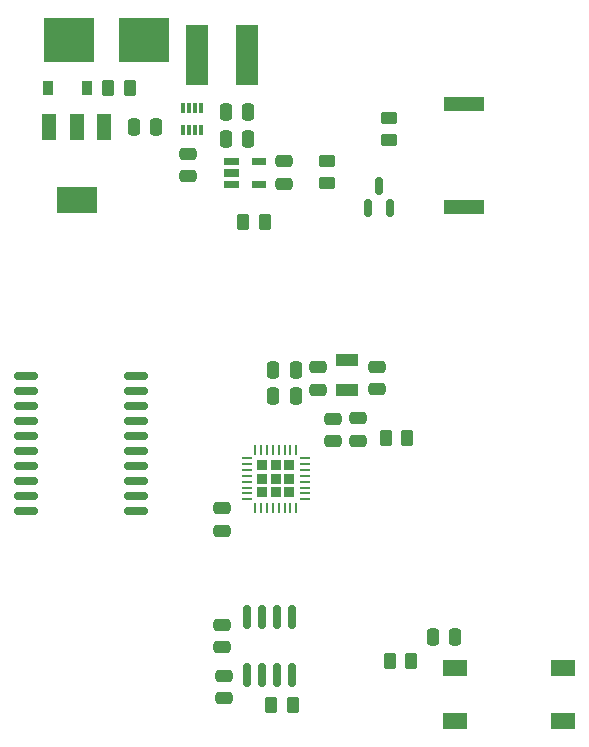
<source format=gbr>
%TF.GenerationSoftware,KiCad,Pcbnew,7.0.6-0*%
%TF.CreationDate,2023-09-14T16:42:19+10:00*%
%TF.ProjectId,u-nit,752d6e69-742e-46b6-9963-61645f706362,1.0*%
%TF.SameCoordinates,Original*%
%TF.FileFunction,Paste,Top*%
%TF.FilePolarity,Positive*%
%FSLAX46Y46*%
G04 Gerber Fmt 4.6, Leading zero omitted, Abs format (unit mm)*
G04 Created by KiCad (PCBNEW 7.0.6-0) date 2023-09-14 16:42:19*
%MOMM*%
%LPD*%
G01*
G04 APERTURE LIST*
G04 Aperture macros list*
%AMRoundRect*
0 Rectangle with rounded corners*
0 $1 Rounding radius*
0 $2 $3 $4 $5 $6 $7 $8 $9 X,Y pos of 4 corners*
0 Add a 4 corners polygon primitive as box body*
4,1,4,$2,$3,$4,$5,$6,$7,$8,$9,$2,$3,0*
0 Add four circle primitives for the rounded corners*
1,1,$1+$1,$2,$3*
1,1,$1+$1,$4,$5*
1,1,$1+$1,$6,$7*
1,1,$1+$1,$8,$9*
0 Add four rect primitives between the rounded corners*
20,1,$1+$1,$2,$3,$4,$5,0*
20,1,$1+$1,$4,$5,$6,$7,0*
20,1,$1+$1,$6,$7,$8,$9,0*
20,1,$1+$1,$8,$9,$2,$3,0*%
G04 Aperture macros list end*
%ADD10C,0.010000*%
%ADD11RoundRect,0.250000X-0.475000X0.250000X-0.475000X-0.250000X0.475000X-0.250000X0.475000X0.250000X0*%
%ADD12RoundRect,0.232500X-0.232500X0.232500X-0.232500X-0.232500X0.232500X-0.232500X0.232500X0.232500X0*%
%ADD13RoundRect,0.062500X-0.062500X0.375000X-0.062500X-0.375000X0.062500X-0.375000X0.062500X0.375000X0*%
%ADD14RoundRect,0.062500X-0.375000X0.062500X-0.375000X-0.062500X0.375000X-0.062500X0.375000X0.062500X0*%
%ADD15RoundRect,0.250000X0.475000X-0.250000X0.475000X0.250000X-0.475000X0.250000X-0.475000X-0.250000X0*%
%ADD16RoundRect,0.250000X-0.250000X-0.475000X0.250000X-0.475000X0.250000X0.475000X-0.250000X0.475000X0*%
%ADD17RoundRect,0.250000X0.250000X0.475000X-0.250000X0.475000X-0.250000X-0.475000X0.250000X-0.475000X0*%
%ADD18R,1.900000X5.100000*%
%ADD19RoundRect,0.250000X0.262500X0.450000X-0.262500X0.450000X-0.262500X-0.450000X0.262500X-0.450000X0*%
%ADD20RoundRect,0.150000X-0.150000X0.825000X-0.150000X-0.825000X0.150000X-0.825000X0.150000X0.825000X0*%
%ADD21RoundRect,0.250000X0.450000X-0.262500X0.450000X0.262500X-0.450000X0.262500X-0.450000X-0.262500X0*%
%ADD22R,0.915000X1.220000*%
%ADD23RoundRect,0.150000X0.150000X-0.587500X0.150000X0.587500X-0.150000X0.587500X-0.150000X-0.587500X0*%
%ADD24R,0.300000X0.850000*%
%ADD25RoundRect,0.250000X-0.262500X-0.450000X0.262500X-0.450000X0.262500X0.450000X-0.262500X0.450000X0*%
%ADD26R,4.241800X3.810000*%
%ADD27R,1.900000X1.100000*%
%ADD28RoundRect,0.150000X0.875000X0.150000X-0.875000X0.150000X-0.875000X-0.150000X0.875000X-0.150000X0*%
%ADD29R,2.100000X1.400000*%
%ADD30R,3.400000X1.300000*%
%ADD31R,1.200000X2.200000*%
%ADD32R,3.500000X2.200000*%
G04 APERTURE END LIST*
%TO.C,U3*%
D10*
X144268519Y-80192596D02*
X143143519Y-80192596D01*
X143143519Y-79667596D01*
X144268519Y-79667596D01*
X144268519Y-80192596D01*
G36*
X144268519Y-80192596D02*
G01*
X143143519Y-80192596D01*
X143143519Y-79667596D01*
X144268519Y-79667596D01*
X144268519Y-80192596D01*
G37*
X141968519Y-80192596D02*
X140843519Y-80192596D01*
X140843519Y-79667596D01*
X141968519Y-79667596D01*
X141968519Y-80192596D01*
G36*
X141968519Y-80192596D02*
G01*
X140843519Y-80192596D01*
X140843519Y-79667596D01*
X141968519Y-79667596D01*
X141968519Y-80192596D01*
G37*
X141968519Y-81142596D02*
X140843519Y-81142596D01*
X140843519Y-80617596D01*
X141968519Y-80617596D01*
X141968519Y-81142596D01*
G36*
X141968519Y-81142596D02*
G01*
X140843519Y-81142596D01*
X140843519Y-80617596D01*
X141968519Y-80617596D01*
X141968519Y-81142596D01*
G37*
X144268519Y-82092596D02*
X143143519Y-82092596D01*
X143143519Y-81567596D01*
X144268519Y-81567596D01*
X144268519Y-82092596D01*
G36*
X144268519Y-82092596D02*
G01*
X143143519Y-82092596D01*
X143143519Y-81567596D01*
X144268519Y-81567596D01*
X144268519Y-82092596D01*
G37*
X141968519Y-82092596D02*
X140843519Y-82092596D01*
X140843519Y-81567596D01*
X141968519Y-81567596D01*
X141968519Y-82092596D01*
G36*
X141968519Y-82092596D02*
G01*
X140843519Y-82092596D01*
X140843519Y-81567596D01*
X141968519Y-81567596D01*
X141968519Y-82092596D01*
G37*
%TD*%
D11*
%TO.C,C14*%
X145858019Y-79930096D03*
X145858019Y-81830096D03*
%TD*%
D12*
%TO.C,U2*%
X146343519Y-105658096D03*
X145193519Y-105658096D03*
X144043519Y-105658096D03*
X146343519Y-106808096D03*
X145193519Y-106808096D03*
X144043519Y-106808096D03*
X146343519Y-107958096D03*
X145193519Y-107958096D03*
X144043519Y-107958096D03*
D13*
X146943519Y-104370596D03*
X146443519Y-104370596D03*
X145943519Y-104370596D03*
X145443519Y-104370596D03*
X144943519Y-104370596D03*
X144443519Y-104370596D03*
X143943519Y-104370596D03*
X143443519Y-104370596D03*
D14*
X142756019Y-105058096D03*
X142756019Y-105558096D03*
X142756019Y-106058096D03*
X142756019Y-106558096D03*
X142756019Y-107058096D03*
X142756019Y-107558096D03*
X142756019Y-108058096D03*
X142756019Y-108558096D03*
D13*
X143443519Y-109245596D03*
X143943519Y-109245596D03*
X144443519Y-109245596D03*
X144943519Y-109245596D03*
X145443519Y-109245596D03*
X145943519Y-109245596D03*
X146443519Y-109245596D03*
X146943519Y-109245596D03*
D14*
X147631019Y-108558096D03*
X147631019Y-108058096D03*
X147631019Y-107558096D03*
X147631019Y-107058096D03*
X147631019Y-106558096D03*
X147631019Y-106058096D03*
X147631019Y-105558096D03*
X147631019Y-105058096D03*
%TD*%
D15*
%TO.C,C7*%
X140651019Y-111222596D03*
X140651019Y-109322596D03*
%TD*%
D16*
%TO.C,C10*%
X140967019Y-78025096D03*
X142867019Y-78025096D03*
%TD*%
D11*
%TO.C,C5*%
X150016019Y-101732596D03*
X150016019Y-103632596D03*
%TD*%
D16*
%TO.C,C12*%
X144969019Y-97644096D03*
X146869019Y-97644096D03*
%TD*%
D17*
%TO.C,C2*%
X135063019Y-77009096D03*
X133163019Y-77009096D03*
%TD*%
D18*
%TO.C,L1*%
X138551019Y-70974096D03*
X142751019Y-70974096D03*
%TD*%
D19*
%TO.C,R1*%
X156676519Y-122271596D03*
X154851519Y-122271596D03*
%TD*%
%TO.C,R4*%
X146620019Y-125954596D03*
X144795019Y-125954596D03*
%TD*%
D11*
%TO.C,C13*%
X140778019Y-123491096D03*
X140778019Y-125391096D03*
%TD*%
D20*
%TO.C,U4*%
X146554019Y-118475096D03*
X145284019Y-118475096D03*
X144014019Y-118475096D03*
X142744019Y-118475096D03*
X142744019Y-123425096D03*
X144014019Y-123425096D03*
X145284019Y-123425096D03*
X146554019Y-123425096D03*
%TD*%
D21*
%TO.C,FB1*%
X149541019Y-81769096D03*
X149541019Y-79944096D03*
%TD*%
D22*
%TO.C,D1*%
X125956019Y-73768096D03*
X129231019Y-73768096D03*
%TD*%
D23*
%TO.C,Q2*%
X152970019Y-83917596D03*
X154870019Y-83917596D03*
X153920019Y-82042596D03*
%TD*%
D19*
%TO.C,R3*%
X156319019Y-103348596D03*
X154494019Y-103348596D03*
%TD*%
%TO.C,R2*%
X132824019Y-73768096D03*
X130999019Y-73768096D03*
%TD*%
D24*
%TO.C,U1*%
X137357019Y-77324096D03*
X137857019Y-77324096D03*
X138357019Y-77324096D03*
X138857019Y-77324096D03*
X138857019Y-75424096D03*
X138357019Y-75424096D03*
X137857019Y-75424096D03*
X137357019Y-75424096D03*
%TD*%
D25*
%TO.C,R5*%
X142429019Y-85060596D03*
X144254019Y-85060596D03*
%TD*%
D26*
%TO.C,F1*%
X134059719Y-69704096D03*
X127684319Y-69704096D03*
%TD*%
D27*
%TO.C,Y1*%
X151253019Y-99276596D03*
X151253019Y-96776596D03*
%TD*%
D11*
%TO.C,C6*%
X148774019Y-97390096D03*
X148774019Y-99290096D03*
%TD*%
D16*
%TO.C,C8*%
X140967019Y-75739096D03*
X142867019Y-75739096D03*
%TD*%
D28*
%TO.C,U5*%
X133363019Y-109571596D03*
X133363019Y-108301596D03*
X133363019Y-107031596D03*
X133363019Y-105761596D03*
X133363019Y-104491596D03*
X133363019Y-103221596D03*
X133363019Y-101951596D03*
X133363019Y-100681596D03*
X133363019Y-99411596D03*
X133363019Y-98141596D03*
X124063019Y-98141596D03*
X124063019Y-99411596D03*
X124063019Y-100681596D03*
X124063019Y-101951596D03*
X124063019Y-103221596D03*
X124063019Y-104491596D03*
X124063019Y-105761596D03*
X124063019Y-107031596D03*
X124063019Y-108301596D03*
X124063019Y-109571596D03*
%TD*%
D21*
%TO.C,R6*%
X154748019Y-78122596D03*
X154748019Y-76297596D03*
%TD*%
D29*
%TO.C,S1*%
X160391519Y-127315596D03*
X169491519Y-127315596D03*
X160391519Y-122815596D03*
X169491519Y-122815596D03*
%TD*%
D11*
%TO.C,C3*%
X137730019Y-79295096D03*
X137730019Y-81195096D03*
%TD*%
D16*
%TO.C,C11*%
X144969019Y-99803096D03*
X146869019Y-99803096D03*
%TD*%
D30*
%TO.C,LS1*%
X161098019Y-75122596D03*
X161098019Y-83822596D03*
%TD*%
D11*
%TO.C,C9*%
X152154019Y-101708096D03*
X152154019Y-103608096D03*
%TD*%
D17*
%TO.C,C1*%
X160397019Y-120250096D03*
X158497019Y-120250096D03*
%TD*%
D15*
%TO.C,C15*%
X140651019Y-121062596D03*
X140651019Y-119162596D03*
%TD*%
%TO.C,C4*%
X153727019Y-99229096D03*
X153727019Y-97329096D03*
%TD*%
D31*
%TO.C,Q1*%
X130632019Y-77018096D03*
X128332019Y-77018096D03*
X126032019Y-77018096D03*
D32*
X128332019Y-83218096D03*
%TD*%
M02*

</source>
